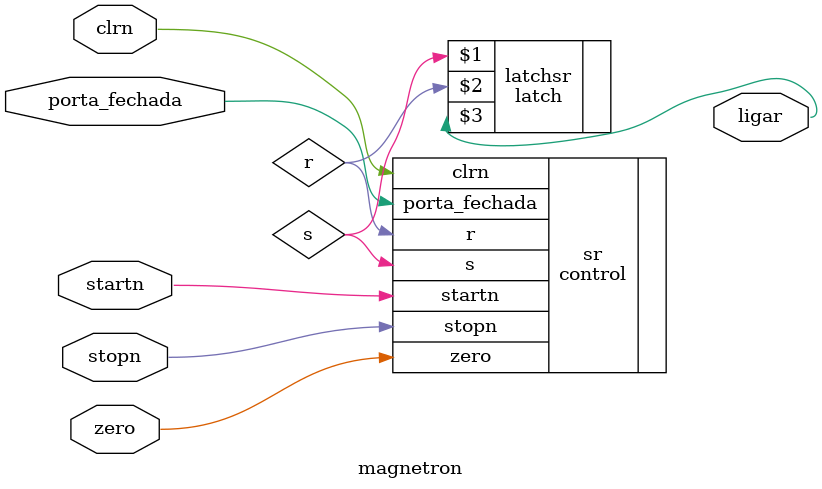
<source format=v>
`include "magnetron\HDL\terceiro_nivel\control.v"
`include "magnetron\HDL\terceiro_nivel\latch.v"

module magnetron(
    input startn, stopn, clrn, porta_fechada, zero,
    output ligar
);

    wire s, r;

    control sr (.startn(startn), .stopn(stopn), .clrn(clrn), .porta_fechada(porta_fechada), 
                .zero(zero), .s(s), .r(r)
    );
    latch latchsr (s, r, ligar);


endmodule
</source>
